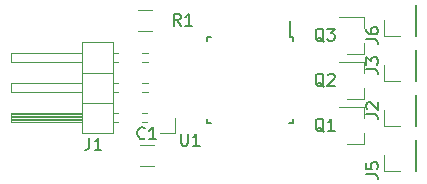
<source format=gbr>
G04 #@! TF.GenerationSoftware,KiCad,Pcbnew,5.0.1*
G04 #@! TF.CreationDate,2019-03-16T14:53:00+03:00*
G04 #@! TF.ProjectId,smartpoi,736D617274706F692E6B696361645F70,rev?*
G04 #@! TF.SameCoordinates,Original*
G04 #@! TF.FileFunction,Legend,Top*
G04 #@! TF.FilePolarity,Positive*
%FSLAX46Y46*%
G04 Gerber Fmt 4.6, Leading zero omitted, Abs format (unit mm)*
G04 Created by KiCad (PCBNEW 5.0.1) date Сб 16 мар 2019 14:53:00*
%MOMM*%
%LPD*%
G01*
G04 APERTURE LIST*
%ADD10C,0.120000*%
%ADD11C,0.150000*%
G04 APERTURE END LIST*
D10*
G04 #@! TO.C,Q1*
X129030000Y-94290000D02*
X129030000Y-93360000D01*
X129030000Y-91130000D02*
X129030000Y-92060000D01*
X129030000Y-91130000D02*
X126870000Y-91130000D01*
X129030000Y-94290000D02*
X127570000Y-94290000D01*
G04 #@! TO.C,Q2*
X129030000Y-90480000D02*
X127570000Y-90480000D01*
X129030000Y-87320000D02*
X126870000Y-87320000D01*
X129030000Y-87320000D02*
X129030000Y-88250000D01*
X129030000Y-90480000D02*
X129030000Y-89550000D01*
G04 #@! TO.C,Q3*
X129030000Y-86670000D02*
X129030000Y-85740000D01*
X129030000Y-83510000D02*
X129030000Y-84440000D01*
X129030000Y-83510000D02*
X126870000Y-83510000D01*
X129030000Y-86670000D02*
X127570000Y-86670000D01*
G04 #@! TO.C,R1*
X109887936Y-82910000D02*
X111092064Y-82910000D01*
X109887936Y-84730000D02*
X111092064Y-84730000D01*
D11*
G04 #@! TO.C,U1*
X123005000Y-85275000D02*
X122780000Y-85275000D01*
X123005000Y-92525000D02*
X122680000Y-92525000D01*
X115755000Y-92525000D02*
X116080000Y-92525000D01*
X115755000Y-85275000D02*
X116080000Y-85275000D01*
X123005000Y-85275000D02*
X123005000Y-85600000D01*
X115755000Y-85275000D02*
X115755000Y-85600000D01*
X115755000Y-92525000D02*
X115755000Y-92200000D01*
X123005000Y-92525000D02*
X123005000Y-92200000D01*
X122780000Y-85275000D02*
X122780000Y-83850000D01*
D10*
G04 #@! TO.C,J5*
X130750000Y-96580000D02*
X130750000Y-95250000D01*
X132080000Y-96580000D02*
X130750000Y-96580000D01*
X133350000Y-96580000D02*
X133350000Y-93920000D01*
X133350000Y-93920000D02*
X133410000Y-93920000D01*
X133350000Y-96580000D02*
X133410000Y-96580000D01*
X133410000Y-96580000D02*
X133410000Y-93920000D01*
G04 #@! TO.C,J6*
X133410000Y-85150000D02*
X133410000Y-82490000D01*
X133350000Y-85150000D02*
X133410000Y-85150000D01*
X133350000Y-82490000D02*
X133410000Y-82490000D01*
X133350000Y-85150000D02*
X133350000Y-82490000D01*
X132080000Y-85150000D02*
X130750000Y-85150000D01*
X130750000Y-85150000D02*
X130750000Y-83820000D01*
G04 #@! TO.C,J1*
X107780000Y-93405000D02*
X107780000Y-85665000D01*
X107780000Y-85665000D02*
X105120000Y-85665000D01*
X105120000Y-85665000D02*
X105120000Y-93405000D01*
X105120000Y-93405000D02*
X107780000Y-93405000D01*
X105120000Y-92455000D02*
X99120000Y-92455000D01*
X99120000Y-92455000D02*
X99120000Y-91695000D01*
X99120000Y-91695000D02*
X105120000Y-91695000D01*
X105120000Y-92395000D02*
X99120000Y-92395000D01*
X105120000Y-92275000D02*
X99120000Y-92275000D01*
X105120000Y-92155000D02*
X99120000Y-92155000D01*
X105120000Y-92035000D02*
X99120000Y-92035000D01*
X105120000Y-91915000D02*
X99120000Y-91915000D01*
X105120000Y-91795000D02*
X99120000Y-91795000D01*
X108177071Y-92455000D02*
X107780000Y-92455000D01*
X108177071Y-91695000D02*
X107780000Y-91695000D01*
X110650000Y-92455000D02*
X110262929Y-92455000D01*
X110650000Y-91695000D02*
X110262929Y-91695000D01*
X107780000Y-90805000D02*
X105120000Y-90805000D01*
X105120000Y-89915000D02*
X99120000Y-89915000D01*
X99120000Y-89915000D02*
X99120000Y-89155000D01*
X99120000Y-89155000D02*
X105120000Y-89155000D01*
X108177071Y-89915000D02*
X107780000Y-89915000D01*
X108177071Y-89155000D02*
X107780000Y-89155000D01*
X110717071Y-89915000D02*
X110262929Y-89915000D01*
X110717071Y-89155000D02*
X110262929Y-89155000D01*
X107780000Y-88265000D02*
X105120000Y-88265000D01*
X105120000Y-87375000D02*
X99120000Y-87375000D01*
X99120000Y-87375000D02*
X99120000Y-86615000D01*
X99120000Y-86615000D02*
X105120000Y-86615000D01*
X108177071Y-87375000D02*
X107780000Y-87375000D01*
X108177071Y-86615000D02*
X107780000Y-86615000D01*
X110717071Y-87375000D02*
X110262929Y-87375000D01*
X110717071Y-86615000D02*
X110262929Y-86615000D01*
X113030000Y-92075000D02*
X113030000Y-93345000D01*
X113030000Y-93345000D02*
X111760000Y-93345000D01*
G04 #@! TO.C,J2*
X133410000Y-92770000D02*
X133410000Y-90110000D01*
X133350000Y-92770000D02*
X133410000Y-92770000D01*
X133350000Y-90110000D02*
X133410000Y-90110000D01*
X133350000Y-92770000D02*
X133350000Y-90110000D01*
X132080000Y-92770000D02*
X130750000Y-92770000D01*
X130750000Y-92770000D02*
X130750000Y-91440000D01*
G04 #@! TO.C,J3*
X130750000Y-88960000D02*
X130750000Y-87630000D01*
X132080000Y-88960000D02*
X130750000Y-88960000D01*
X133350000Y-88960000D02*
X133350000Y-86300000D01*
X133350000Y-86300000D02*
X133410000Y-86300000D01*
X133350000Y-88960000D02*
X133410000Y-88960000D01*
X133410000Y-88960000D02*
X133410000Y-86300000D01*
G04 #@! TO.C,C1*
X110017936Y-94340000D02*
X111222064Y-94340000D01*
X110017936Y-96160000D02*
X111222064Y-96160000D01*
G04 #@! TO.C,Q1*
D11*
X125634761Y-93257619D02*
X125539523Y-93210000D01*
X125444285Y-93114761D01*
X125301428Y-92971904D01*
X125206190Y-92924285D01*
X125110952Y-92924285D01*
X125158571Y-93162380D02*
X125063333Y-93114761D01*
X124968095Y-93019523D01*
X124920476Y-92829047D01*
X124920476Y-92495714D01*
X124968095Y-92305238D01*
X125063333Y-92210000D01*
X125158571Y-92162380D01*
X125349047Y-92162380D01*
X125444285Y-92210000D01*
X125539523Y-92305238D01*
X125587142Y-92495714D01*
X125587142Y-92829047D01*
X125539523Y-93019523D01*
X125444285Y-93114761D01*
X125349047Y-93162380D01*
X125158571Y-93162380D01*
X126539523Y-93162380D02*
X125968095Y-93162380D01*
X126253809Y-93162380D02*
X126253809Y-92162380D01*
X126158571Y-92305238D01*
X126063333Y-92400476D01*
X125968095Y-92448095D01*
G04 #@! TO.C,Q2*
X125634761Y-89447619D02*
X125539523Y-89400000D01*
X125444285Y-89304761D01*
X125301428Y-89161904D01*
X125206190Y-89114285D01*
X125110952Y-89114285D01*
X125158571Y-89352380D02*
X125063333Y-89304761D01*
X124968095Y-89209523D01*
X124920476Y-89019047D01*
X124920476Y-88685714D01*
X124968095Y-88495238D01*
X125063333Y-88400000D01*
X125158571Y-88352380D01*
X125349047Y-88352380D01*
X125444285Y-88400000D01*
X125539523Y-88495238D01*
X125587142Y-88685714D01*
X125587142Y-89019047D01*
X125539523Y-89209523D01*
X125444285Y-89304761D01*
X125349047Y-89352380D01*
X125158571Y-89352380D01*
X125968095Y-88447619D02*
X126015714Y-88400000D01*
X126110952Y-88352380D01*
X126349047Y-88352380D01*
X126444285Y-88400000D01*
X126491904Y-88447619D01*
X126539523Y-88542857D01*
X126539523Y-88638095D01*
X126491904Y-88780952D01*
X125920476Y-89352380D01*
X126539523Y-89352380D01*
G04 #@! TO.C,Q3*
X125634761Y-85637619D02*
X125539523Y-85590000D01*
X125444285Y-85494761D01*
X125301428Y-85351904D01*
X125206190Y-85304285D01*
X125110952Y-85304285D01*
X125158571Y-85542380D02*
X125063333Y-85494761D01*
X124968095Y-85399523D01*
X124920476Y-85209047D01*
X124920476Y-84875714D01*
X124968095Y-84685238D01*
X125063333Y-84590000D01*
X125158571Y-84542380D01*
X125349047Y-84542380D01*
X125444285Y-84590000D01*
X125539523Y-84685238D01*
X125587142Y-84875714D01*
X125587142Y-85209047D01*
X125539523Y-85399523D01*
X125444285Y-85494761D01*
X125349047Y-85542380D01*
X125158571Y-85542380D01*
X125920476Y-84542380D02*
X126539523Y-84542380D01*
X126206190Y-84923333D01*
X126349047Y-84923333D01*
X126444285Y-84970952D01*
X126491904Y-85018571D01*
X126539523Y-85113809D01*
X126539523Y-85351904D01*
X126491904Y-85447142D01*
X126444285Y-85494761D01*
X126349047Y-85542380D01*
X126063333Y-85542380D01*
X125968095Y-85494761D01*
X125920476Y-85447142D01*
G04 #@! TO.C,R1*
X113498333Y-84272380D02*
X113165000Y-83796190D01*
X112926904Y-84272380D02*
X112926904Y-83272380D01*
X113307857Y-83272380D01*
X113403095Y-83320000D01*
X113450714Y-83367619D01*
X113498333Y-83462857D01*
X113498333Y-83605714D01*
X113450714Y-83700952D01*
X113403095Y-83748571D01*
X113307857Y-83796190D01*
X112926904Y-83796190D01*
X114450714Y-84272380D02*
X113879285Y-84272380D01*
X114165000Y-84272380D02*
X114165000Y-83272380D01*
X114069761Y-83415238D01*
X113974523Y-83510476D01*
X113879285Y-83558095D01*
G04 #@! TO.C,U1*
X113538095Y-93432380D02*
X113538095Y-94241904D01*
X113585714Y-94337142D01*
X113633333Y-94384761D01*
X113728571Y-94432380D01*
X113919047Y-94432380D01*
X114014285Y-94384761D01*
X114061904Y-94337142D01*
X114109523Y-94241904D01*
X114109523Y-93432380D01*
X115109523Y-94432380D02*
X114538095Y-94432380D01*
X114823809Y-94432380D02*
X114823809Y-93432380D01*
X114728571Y-93575238D01*
X114633333Y-93670476D01*
X114538095Y-93718095D01*
G04 #@! TO.C,J5*
X129202380Y-96853333D02*
X129916666Y-96853333D01*
X130059523Y-96900952D01*
X130154761Y-96996190D01*
X130202380Y-97139047D01*
X130202380Y-97234285D01*
X129202380Y-95900952D02*
X129202380Y-96377142D01*
X129678571Y-96424761D01*
X129630952Y-96377142D01*
X129583333Y-96281904D01*
X129583333Y-96043809D01*
X129630952Y-95948571D01*
X129678571Y-95900952D01*
X129773809Y-95853333D01*
X130011904Y-95853333D01*
X130107142Y-95900952D01*
X130154761Y-95948571D01*
X130202380Y-96043809D01*
X130202380Y-96281904D01*
X130154761Y-96377142D01*
X130107142Y-96424761D01*
G04 #@! TO.C,J6*
X129202380Y-85423333D02*
X129916666Y-85423333D01*
X130059523Y-85470952D01*
X130154761Y-85566190D01*
X130202380Y-85709047D01*
X130202380Y-85804285D01*
X129202380Y-84518571D02*
X129202380Y-84709047D01*
X129250000Y-84804285D01*
X129297619Y-84851904D01*
X129440476Y-84947142D01*
X129630952Y-84994761D01*
X130011904Y-84994761D01*
X130107142Y-84947142D01*
X130154761Y-84899523D01*
X130202380Y-84804285D01*
X130202380Y-84613809D01*
X130154761Y-84518571D01*
X130107142Y-84470952D01*
X130011904Y-84423333D01*
X129773809Y-84423333D01*
X129678571Y-84470952D01*
X129630952Y-84518571D01*
X129583333Y-84613809D01*
X129583333Y-84804285D01*
X129630952Y-84899523D01*
X129678571Y-84947142D01*
X129773809Y-84994761D01*
G04 #@! TO.C,J1*
X105771666Y-93797380D02*
X105771666Y-94511666D01*
X105724047Y-94654523D01*
X105628809Y-94749761D01*
X105485952Y-94797380D01*
X105390714Y-94797380D01*
X106771666Y-94797380D02*
X106200238Y-94797380D01*
X106485952Y-94797380D02*
X106485952Y-93797380D01*
X106390714Y-93940238D01*
X106295476Y-94035476D01*
X106200238Y-94083095D01*
G04 #@! TO.C,J2*
X129202380Y-91773333D02*
X129916666Y-91773333D01*
X130059523Y-91820952D01*
X130154761Y-91916190D01*
X130202380Y-92059047D01*
X130202380Y-92154285D01*
X129297619Y-91344761D02*
X129250000Y-91297142D01*
X129202380Y-91201904D01*
X129202380Y-90963809D01*
X129250000Y-90868571D01*
X129297619Y-90820952D01*
X129392857Y-90773333D01*
X129488095Y-90773333D01*
X129630952Y-90820952D01*
X130202380Y-91392380D01*
X130202380Y-90773333D01*
G04 #@! TO.C,J3*
X129202380Y-87963333D02*
X129916666Y-87963333D01*
X130059523Y-88010952D01*
X130154761Y-88106190D01*
X130202380Y-88249047D01*
X130202380Y-88344285D01*
X129202380Y-87582380D02*
X129202380Y-86963333D01*
X129583333Y-87296666D01*
X129583333Y-87153809D01*
X129630952Y-87058571D01*
X129678571Y-87010952D01*
X129773809Y-86963333D01*
X130011904Y-86963333D01*
X130107142Y-87010952D01*
X130154761Y-87058571D01*
X130202380Y-87153809D01*
X130202380Y-87439523D01*
X130154761Y-87534761D01*
X130107142Y-87582380D01*
G04 #@! TO.C,C1*
X110453333Y-93787142D02*
X110405714Y-93834761D01*
X110262857Y-93882380D01*
X110167619Y-93882380D01*
X110024761Y-93834761D01*
X109929523Y-93739523D01*
X109881904Y-93644285D01*
X109834285Y-93453809D01*
X109834285Y-93310952D01*
X109881904Y-93120476D01*
X109929523Y-93025238D01*
X110024761Y-92930000D01*
X110167619Y-92882380D01*
X110262857Y-92882380D01*
X110405714Y-92930000D01*
X110453333Y-92977619D01*
X111405714Y-93882380D02*
X110834285Y-93882380D01*
X111120000Y-93882380D02*
X111120000Y-92882380D01*
X111024761Y-93025238D01*
X110929523Y-93120476D01*
X110834285Y-93168095D01*
G04 #@! TD*
M02*

</source>
